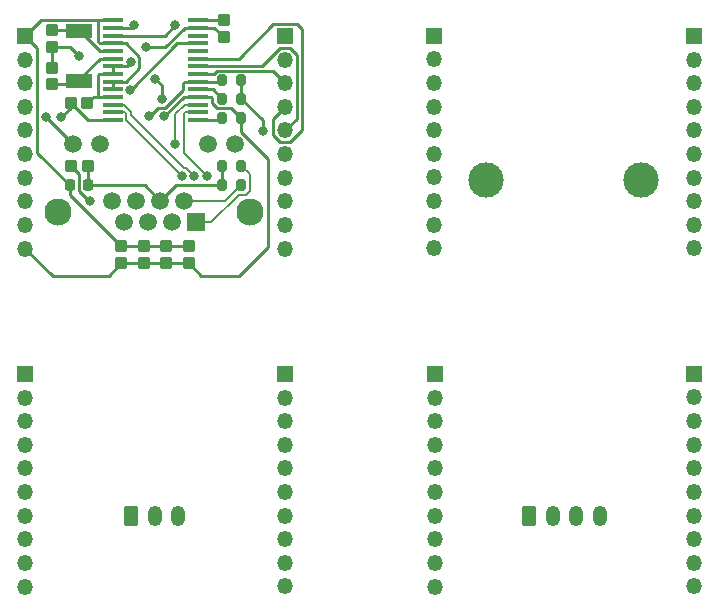
<source format=gbr>
%TF.GenerationSoftware,KiCad,Pcbnew,7.0.7*%
%TF.CreationDate,2023-10-04T23:53:35-06:00*%
%TF.ProjectId,Modular_Interfaces,4d6f6475-6c61-4725-9f49-6e7465726661,rev?*%
%TF.SameCoordinates,Original*%
%TF.FileFunction,Copper,L2,Bot*%
%TF.FilePolarity,Positive*%
%FSLAX46Y46*%
G04 Gerber Fmt 4.6, Leading zero omitted, Abs format (unit mm)*
G04 Created by KiCad (PCBNEW 7.0.7) date 2023-10-04 23:53:35*
%MOMM*%
%LPD*%
G01*
G04 APERTURE LIST*
G04 Aperture macros list*
%AMRoundRect*
0 Rectangle with rounded corners*
0 $1 Rounding radius*
0 $2 $3 $4 $5 $6 $7 $8 $9 X,Y pos of 4 corners*
0 Add a 4 corners polygon primitive as box body*
4,1,4,$2,$3,$4,$5,$6,$7,$8,$9,$2,$3,0*
0 Add four circle primitives for the rounded corners*
1,1,$1+$1,$2,$3*
1,1,$1+$1,$4,$5*
1,1,$1+$1,$6,$7*
1,1,$1+$1,$8,$9*
0 Add four rect primitives between the rounded corners*
20,1,$1+$1,$2,$3,$4,$5,0*
20,1,$1+$1,$4,$5,$6,$7,0*
20,1,$1+$1,$6,$7,$8,$9,0*
20,1,$1+$1,$8,$9,$2,$3,0*%
G04 Aperture macros list end*
%TA.AperFunction,ComponentPad*%
%ADD10R,1.350000X1.350000*%
%TD*%
%TA.AperFunction,ComponentPad*%
%ADD11O,1.350000X1.350000*%
%TD*%
%TA.AperFunction,ComponentPad*%
%ADD12R,1.500000X1.500000*%
%TD*%
%TA.AperFunction,ComponentPad*%
%ADD13C,1.500000*%
%TD*%
%TA.AperFunction,ComponentPad*%
%ADD14C,2.300000*%
%TD*%
%TA.AperFunction,ComponentPad*%
%ADD15RoundRect,0.250000X-0.350000X-0.625000X0.350000X-0.625000X0.350000X0.625000X-0.350000X0.625000X0*%
%TD*%
%TA.AperFunction,ComponentPad*%
%ADD16O,1.200000X1.750000*%
%TD*%
%TA.AperFunction,ComponentPad*%
%ADD17C,3.000000*%
%TD*%
%TA.AperFunction,SMDPad,CuDef*%
%ADD18RoundRect,0.218750X-0.218750X-0.256250X0.218750X-0.256250X0.218750X0.256250X-0.218750X0.256250X0*%
%TD*%
%TA.AperFunction,SMDPad,CuDef*%
%ADD19R,2.200000X1.300000*%
%TD*%
%TA.AperFunction,SMDPad,CuDef*%
%ADD20RoundRect,0.250000X-0.275000X0.287500X-0.275000X-0.287500X0.275000X-0.287500X0.275000X0.287500X0*%
%TD*%
%TA.AperFunction,SMDPad,CuDef*%
%ADD21RoundRect,0.200000X-0.200000X-0.275000X0.200000X-0.275000X0.200000X0.275000X-0.200000X0.275000X0*%
%TD*%
%TA.AperFunction,SMDPad,CuDef*%
%ADD22RoundRect,0.250000X-0.287500X-0.275000X0.287500X-0.275000X0.287500X0.275000X-0.287500X0.275000X0*%
%TD*%
%TA.AperFunction,SMDPad,CuDef*%
%ADD23RoundRect,0.250000X0.287500X0.275000X-0.287500X0.275000X-0.287500X-0.275000X0.287500X-0.275000X0*%
%TD*%
%TA.AperFunction,SMDPad,CuDef*%
%ADD24RoundRect,0.200000X0.200000X0.275000X-0.200000X0.275000X-0.200000X-0.275000X0.200000X-0.275000X0*%
%TD*%
%TA.AperFunction,SMDPad,CuDef*%
%ADD25RoundRect,0.250000X0.275000X-0.287500X0.275000X0.287500X-0.275000X0.287500X-0.275000X-0.287500X0*%
%TD*%
%TA.AperFunction,SMDPad,CuDef*%
%ADD26R,1.750000X0.450000*%
%TD*%
%TA.AperFunction,ViaPad*%
%ADD27C,0.800000*%
%TD*%
%TA.AperFunction,Conductor*%
%ADD28C,0.250000*%
%TD*%
%TA.AperFunction,Conductor*%
%ADD29C,0.200000*%
%TD*%
G04 APERTURE END LIST*
D10*
%TO.P,J3,1,Pin_1*%
%TO.N,N/C*%
X183407291Y-96944118D03*
D11*
%TO.P,J3,2,Pin_2*%
X183407291Y-98944118D03*
%TO.P,J3,3,Pin_3*%
X183407291Y-100944118D03*
%TO.P,J3,4,Pin_4*%
X183407291Y-102944118D03*
%TO.P,J3,5,Pin_5*%
X183407291Y-104944118D03*
%TO.P,J3,6,Pin_6*%
X183407291Y-106944118D03*
%TO.P,J3,7,Pin_7*%
X183407291Y-108944118D03*
%TO.P,J3,8,Pin_8*%
X183407291Y-110944118D03*
%TO.P,J3,9,Pin_9*%
X183407291Y-112944118D03*
%TO.P,J3,10,Pin_10*%
X183407291Y-114944118D03*
%TD*%
D10*
%TO.P,J2,1,Pin_1*%
%TO.N,N/C*%
X126743500Y-68336780D03*
D11*
%TO.P,J2,2,Pin_2*%
X126743500Y-70336780D03*
%TO.P,J2,3,Pin_3*%
X126743500Y-72336780D03*
%TO.P,J2,4,Pin_4*%
X126743500Y-74336780D03*
%TO.P,J2,5,Pin_5*%
X126743500Y-76336780D03*
%TO.P,J2,6,Pin_6*%
X126743500Y-78336780D03*
%TO.P,J2,7,Pin_7*%
X126743500Y-80336780D03*
%TO.P,J2,8,Pin_8*%
X126743500Y-82336780D03*
%TO.P,J2,9,Pin_9*%
X126743500Y-84336780D03*
%TO.P,J2,10,Pin_10*%
X126743500Y-86336780D03*
%TD*%
D10*
%TO.P,J3,1,Pin_1*%
%TO.N,N/C*%
X148743500Y-68336780D03*
D11*
%TO.P,J3,2,Pin_2*%
X148743500Y-70336780D03*
%TO.P,J3,3,Pin_3*%
X148743500Y-72336780D03*
%TO.P,J3,4,Pin_4*%
X148743500Y-74336780D03*
%TO.P,J3,5,Pin_5*%
X148743500Y-76336780D03*
%TO.P,J3,6,Pin_6*%
X148743500Y-78336780D03*
%TO.P,J3,7,Pin_7*%
X148743500Y-80336780D03*
%TO.P,J3,8,Pin_8*%
X148743500Y-82336780D03*
%TO.P,J3,9,Pin_9*%
X148743500Y-84336780D03*
%TO.P,J3,10,Pin_10*%
X148743500Y-86336780D03*
%TD*%
D12*
%TO.P,J1,1*%
%TO.N,N/C*%
X141241500Y-84121780D03*
D13*
%TO.P,J1,2*%
X140225500Y-82341780D03*
%TO.P,J1,3*%
X139209500Y-84121780D03*
%TO.P,J1,4*%
X138193500Y-82341780D03*
%TO.P,J1,5*%
X137177500Y-84121780D03*
%TO.P,J1,6*%
X136161500Y-82341780D03*
%TO.P,J1,7*%
X135145500Y-84121780D03*
%TO.P,J1,8*%
X134129500Y-82341780D03*
%TO.P,J1,9*%
X144541500Y-77521780D03*
%TO.P,J1,10*%
X142251500Y-77521780D03*
%TO.P,J1,11*%
X133111500Y-77521780D03*
%TO.P,J1,12*%
X130821500Y-77521780D03*
D14*
%TO.P,J1,SH*%
X145811500Y-83231780D03*
X129551500Y-83231780D03*
%TD*%
D15*
%TO.P,J1,1,Pin_1*%
%TO.N,N/C*%
X169407291Y-108984118D03*
D16*
%TO.P,J1,2,Pin_2*%
X171407291Y-108984118D03*
%TO.P,J1,3,Pin_3*%
X173407291Y-108984118D03*
%TO.P,J1,4,Pin_4*%
X175407291Y-108984118D03*
%TD*%
D10*
%TO.P,J2,1,Pin_1*%
%TO.N,N/C*%
X161437291Y-96954118D03*
D11*
%TO.P,J2,2,Pin_2*%
X161437291Y-98954118D03*
%TO.P,J2,3,Pin_3*%
X161437291Y-100954118D03*
%TO.P,J2,4,Pin_4*%
X161437291Y-102954118D03*
%TO.P,J2,5,Pin_5*%
X161437291Y-104954118D03*
%TO.P,J2,6,Pin_6*%
X161437291Y-106954118D03*
%TO.P,J2,7,Pin_7*%
X161437291Y-108954118D03*
%TO.P,J2,8,Pin_8*%
X161437291Y-110954118D03*
%TO.P,J2,9,Pin_9*%
X161437291Y-112954118D03*
%TO.P,J2,10,Pin_10*%
X161437291Y-114954118D03*
%TD*%
D10*
%TO.P,J2,1,Pin_1*%
%TO.N,N/C*%
X161360800Y-68324480D03*
D11*
%TO.P,J2,2,Pin_2*%
X161360800Y-70324480D03*
%TO.P,J2,3,Pin_3*%
X161360800Y-72324480D03*
%TO.P,J2,4,Pin_4*%
X161360800Y-74324480D03*
%TO.P,J2,5,Pin_5*%
X161360800Y-76324480D03*
%TO.P,J2,6,Pin_6*%
X161360800Y-78324480D03*
%TO.P,J2,7,Pin_7*%
X161360800Y-80324480D03*
%TO.P,J2,8,Pin_8*%
X161360800Y-82324480D03*
%TO.P,J2,9,Pin_9*%
X161360800Y-84324480D03*
%TO.P,J2,10,Pin_10*%
X161360800Y-86324480D03*
%TD*%
D10*
%TO.P,J3,1,Pin_1*%
%TO.N,N/C*%
X148723491Y-96953118D03*
D11*
%TO.P,J3,2,Pin_2*%
X148723491Y-98953118D03*
%TO.P,J3,3,Pin_3*%
X148723491Y-100953118D03*
%TO.P,J3,4,Pin_4*%
X148723491Y-102953118D03*
%TO.P,J3,5,Pin_5*%
X148723491Y-104953118D03*
%TO.P,J3,6,Pin_6*%
X148723491Y-106953118D03*
%TO.P,J3,7,Pin_7*%
X148723491Y-108953118D03*
%TO.P,J3,8,Pin_8*%
X148723491Y-110953118D03*
%TO.P,J3,9,Pin_9*%
X148723491Y-112953118D03*
%TO.P,J3,10,Pin_10*%
X148723491Y-114953118D03*
%TD*%
D15*
%TO.P,J1,1,Pin_1*%
%TO.N,N/C*%
X135713491Y-108983118D03*
D16*
%TO.P,J1,2,Pin_2*%
X137713491Y-108983118D03*
%TO.P,J1,3,Pin_3*%
X139713491Y-108983118D03*
%TD*%
D10*
%TO.P,J3,1,Pin_1*%
%TO.N,N/C*%
X183348200Y-68334880D03*
D11*
%TO.P,J3,2,Pin_2*%
X183348200Y-70334880D03*
%TO.P,J3,3,Pin_3*%
X183348200Y-72334880D03*
%TO.P,J3,4,Pin_4*%
X183348200Y-74334880D03*
%TO.P,J3,5,Pin_5*%
X183348200Y-76334880D03*
%TO.P,J3,6,Pin_6*%
X183348200Y-78334880D03*
%TO.P,J3,7,Pin_7*%
X183348200Y-80334880D03*
%TO.P,J3,8,Pin_8*%
X183348200Y-82334880D03*
%TO.P,J3,9,Pin_9*%
X183348200Y-84334880D03*
%TO.P,J3,10,Pin_10*%
X183348200Y-86334880D03*
%TD*%
D17*
%TO.P,J1,5,Shield*%
%TO.N,N/C*%
X165780000Y-80550280D03*
X178920000Y-80550280D03*
%TD*%
D10*
%TO.P,J2,1,Pin_1*%
%TO.N,N/C*%
X126737291Y-96954118D03*
D11*
%TO.P,J2,2,Pin_2*%
X126737291Y-98954118D03*
%TO.P,J2,3,Pin_3*%
X126737291Y-100954118D03*
%TO.P,J2,4,Pin_4*%
X126737291Y-102954118D03*
%TO.P,J2,5,Pin_5*%
X126737291Y-104954118D03*
%TO.P,J2,6,Pin_6*%
X126737291Y-106954118D03*
%TO.P,J2,7,Pin_7*%
X126737291Y-108954118D03*
%TO.P,J2,8,Pin_8*%
X126737291Y-110954118D03*
%TO.P,J2,9,Pin_9*%
X126737291Y-112954118D03*
%TO.P,J2,10,Pin_10*%
X126737291Y-114954118D03*
%TD*%
D18*
%TO.P,L1,1,1*%
%TO.N,N/C*%
X130506500Y-80995780D03*
%TO.P,L1,2,2*%
X132081500Y-80995780D03*
%TD*%
D19*
%TO.P,Y1,1,1*%
%TO.N,N/C*%
X131283500Y-72136780D03*
%TO.P,Y1,2,2*%
X131283500Y-67936780D03*
%TD*%
D20*
%TO.P,C8,1*%
%TO.N,N/C*%
X140591500Y-86159280D03*
%TO.P,C8,2*%
X140591500Y-87584280D03*
%TD*%
D21*
%TO.P,R4,1*%
%TO.N,N/C*%
X143396500Y-79341780D03*
%TO.P,R4,2*%
X145046500Y-79341780D03*
%TD*%
D20*
%TO.P,C7,1*%
%TO.N,N/C*%
X138691500Y-86159280D03*
%TO.P,C7,2*%
X138691500Y-87584280D03*
%TD*%
D22*
%TO.P,C4,1*%
%TO.N,N/C*%
X130593500Y-74021780D03*
%TO.P,C4,2*%
X132018500Y-74021780D03*
%TD*%
D23*
%TO.P,C9,1*%
%TO.N,N/C*%
X132029000Y-79341780D03*
%TO.P,C9,2*%
X130604000Y-79341780D03*
%TD*%
D24*
%TO.P,R2,1*%
%TO.N,N/C*%
X145043500Y-73636780D03*
%TO.P,R2,2*%
X143393500Y-73636780D03*
%TD*%
%TO.P,R5,1*%
%TO.N,N/C*%
X145036500Y-80991780D03*
%TO.P,R5,2*%
X143386500Y-80991780D03*
%TD*%
%TO.P,R1,1*%
%TO.N,N/C*%
X145043500Y-72111780D03*
%TO.P,R1,2*%
X143393500Y-72111780D03*
%TD*%
D20*
%TO.P,C2,1*%
%TO.N,N/C*%
X129051500Y-71021780D03*
%TO.P,C2,2*%
X129051500Y-72446780D03*
%TD*%
D25*
%TO.P,C3,1*%
%TO.N,N/C*%
X129051500Y-69251780D03*
%TO.P,C3,2*%
X129051500Y-67826780D03*
%TD*%
D21*
%TO.P,R3,1*%
%TO.N,N/C*%
X143393500Y-75286780D03*
%TO.P,R3,2*%
X145043500Y-75286780D03*
%TD*%
D20*
%TO.P,C5,1*%
%TO.N,N/C*%
X134891500Y-86159280D03*
%TO.P,C5,2*%
X134891500Y-87584280D03*
%TD*%
%TO.P,C1,1*%
%TO.N,N/C*%
X143543500Y-67024280D03*
%TO.P,C1,2*%
X143543500Y-68449280D03*
%TD*%
%TO.P,C6,1*%
%TO.N,N/C*%
X136791500Y-86159280D03*
%TO.P,C6,2*%
X136791500Y-87584280D03*
%TD*%
D26*
%TO.P,U4,1,VCAP*%
%TO.N,N/C*%
X141343500Y-67011780D03*
%TO.P,U4,2,VSS*%
X141343500Y-67661780D03*
%TO.P,U4,3,CLKOUT*%
X141343500Y-68311780D03*
%TO.P,U4,4,~{INT}*%
X141343500Y-68961780D03*
%TO.P,U4,5,~{WOL}*%
X141343500Y-69611780D03*
%TO.P,U4,6,SO*%
X141343500Y-70261780D03*
%TO.P,U4,7,SI*%
X141343500Y-70911780D03*
%TO.P,U4,8,SCK*%
X141343500Y-71561780D03*
%TO.P,U4,9,~{CS}*%
X141343500Y-72211780D03*
%TO.P,U4,10,~{RESET}*%
X141343500Y-72861780D03*
%TO.P,U4,11,VSSRX*%
X141343500Y-73511780D03*
%TO.P,U4,12,TPIN-*%
X141343500Y-74161780D03*
%TO.P,U4,13,TPIN+*%
X141343500Y-74811780D03*
%TO.P,U4,14,RBIAS*%
X141343500Y-75461780D03*
%TO.P,U4,15,VDDTX*%
X134143500Y-75461780D03*
%TO.P,U4,16,TPOUT-*%
X134143500Y-74811780D03*
%TO.P,U4,17,TPOUT+*%
X134143500Y-74161780D03*
%TO.P,U4,18,VSSTX*%
X134143500Y-73511780D03*
%TO.P,U4,19,VDDRX*%
X134143500Y-72861780D03*
%TO.P,U4,20,VDDPLL*%
X134143500Y-72211780D03*
%TO.P,U4,21,VSSPLL*%
X134143500Y-71561780D03*
%TO.P,U4,22,VSSOSC*%
X134143500Y-70911780D03*
%TO.P,U4,23,OSC1*%
X134143500Y-70261780D03*
%TO.P,U4,24,OSC2*%
X134143500Y-69611780D03*
%TO.P,U4,25,VDDOSC*%
X134143500Y-68961780D03*
%TO.P,U4,26,LEDB*%
X134143500Y-68311780D03*
%TO.P,U4,27,LEDA*%
X134143500Y-67661780D03*
%TO.P,U4,28,VDD*%
X134143500Y-67011780D03*
%TD*%
D27*
%TO.N,*%
X137751500Y-71951780D03*
X141071500Y-80211780D03*
X135681500Y-70571780D03*
X129801500Y-75211780D03*
X132211500Y-82311780D03*
X137209421Y-75151780D03*
X146853500Y-76425671D03*
X142096218Y-80211780D03*
X138306003Y-73702280D03*
X135971500Y-67421780D03*
X135618002Y-72904422D03*
X138531500Y-75151780D03*
X131283500Y-70036780D03*
X139461500Y-67421780D03*
X139469000Y-77448691D03*
X128476000Y-75211780D03*
X136961500Y-69311780D03*
X140056784Y-80211780D03*
%TD*%
D28*
%TO.N,*%
X147718500Y-71311780D02*
X148743500Y-72336780D01*
X132153521Y-82311780D02*
X132211500Y-82311780D01*
X140143500Y-72903384D02*
X140143500Y-72311780D01*
X128476000Y-75211780D02*
X128511500Y-75211780D01*
X142468500Y-73511780D02*
X141343500Y-73511780D01*
X140591500Y-87584280D02*
X138691500Y-87584280D01*
X145616500Y-77076500D02*
X145616500Y-77086780D01*
X142726038Y-71561780D02*
X142976038Y-71311780D01*
X141343500Y-67011780D02*
X143531000Y-67011780D01*
X131269000Y-80006780D02*
X131269000Y-81427259D01*
X143396500Y-79341780D02*
X143396500Y-80981780D01*
D29*
X145046500Y-79341780D02*
X145736500Y-80031780D01*
D28*
X142543500Y-74013780D02*
X142543500Y-73586780D01*
D29*
X140293500Y-74811780D02*
X140168500Y-74936780D01*
D28*
X138003500Y-74426780D02*
X138620104Y-74426780D01*
X132943500Y-67086780D02*
X133018500Y-67011780D01*
D29*
X140041500Y-80211780D02*
X140056784Y-80211780D01*
X140168500Y-74936780D02*
X140168500Y-78284062D01*
D28*
X132528500Y-73511780D02*
X132018500Y-74021780D01*
X129068500Y-88661780D02*
X126743500Y-86336780D01*
X145043500Y-75286780D02*
X145043500Y-76503500D01*
X138306003Y-72506283D02*
X138306003Y-73702280D01*
X142543500Y-73586780D02*
X142468500Y-73511780D01*
D29*
X144812186Y-81781780D02*
X142472186Y-84121780D01*
D28*
X134143500Y-70261780D02*
X133043500Y-70261780D01*
X128511500Y-75211780D02*
X130821500Y-77521780D01*
X131283500Y-72021780D02*
X131283500Y-72136780D01*
X141343500Y-73511780D02*
X140171500Y-73511780D01*
X133814000Y-88661780D02*
X129068500Y-88661780D01*
X134143500Y-73511780D02*
X133018500Y-73511780D01*
X143396500Y-80981780D02*
X143386500Y-80991780D01*
X134143500Y-70911780D02*
X135341500Y-70911780D01*
X150193500Y-76300994D02*
X149157714Y-77336780D01*
X127751500Y-69344780D02*
X126743500Y-68336780D01*
D29*
X140171500Y-79511780D02*
X140371500Y-79511780D01*
D28*
X132943500Y-71636780D02*
X133018500Y-71561780D01*
X138571500Y-68311780D02*
X134143500Y-68311780D01*
D29*
X141343500Y-74161780D02*
X140268500Y-74161780D01*
D28*
X145043500Y-76503500D02*
X145616500Y-77076500D01*
X149157714Y-69336780D02*
X149743500Y-69922566D01*
X128118500Y-66961780D02*
X126743500Y-68336780D01*
X147743500Y-75336780D02*
X148743500Y-74336780D01*
X141669000Y-88661780D02*
X140591500Y-87584280D01*
X134143500Y-72211780D02*
X134143500Y-72861780D01*
D29*
X142472186Y-84121780D02*
X141241500Y-84121780D01*
D28*
X133043500Y-69611780D02*
X131368500Y-67936780D01*
X131173500Y-67826780D02*
X131283500Y-67936780D01*
X130973500Y-72446780D02*
X131283500Y-72136780D01*
X138620104Y-74426780D02*
X140143500Y-72903384D01*
X130593500Y-74021780D02*
X130593500Y-74419780D01*
X138691500Y-87584280D02*
X136791500Y-87584280D01*
D29*
X135109186Y-74161780D02*
X135718500Y-74771094D01*
D28*
X129051500Y-69251780D02*
X130498500Y-69251780D01*
X129051500Y-69251780D02*
X129051500Y-71021780D01*
X145043500Y-75286780D02*
X144193500Y-74436780D01*
X149743500Y-67336780D02*
X150193500Y-67786780D01*
X134143500Y-75461780D02*
X132033500Y-75461780D01*
X133043500Y-68961780D02*
X132943500Y-68861780D01*
X134143500Y-68961780D02*
X135268500Y-68961780D01*
D29*
X145736500Y-80031780D02*
X145736500Y-81476780D01*
D28*
X140246805Y-67661780D02*
X141343500Y-67661780D01*
X141343500Y-72861780D02*
X142618500Y-72861780D01*
X136847500Y-80995780D02*
X138193500Y-82341780D01*
X132033500Y-75461780D02*
X130593500Y-74021780D01*
D29*
X145036500Y-80991780D02*
X143686500Y-82341780D01*
D28*
X146853500Y-75446780D02*
X146853500Y-76425671D01*
X143531000Y-67011780D02*
X143543500Y-67024280D01*
X127751500Y-78240780D02*
X127751500Y-69344780D01*
X133018500Y-67011780D02*
X134143500Y-67011780D01*
X139621500Y-68961780D02*
X141343500Y-68961780D01*
X132029000Y-80943280D02*
X132081500Y-80995780D01*
X138691500Y-86159280D02*
X140591500Y-86159280D01*
X147743500Y-76750994D02*
X147743500Y-75336780D01*
X142756000Y-67661780D02*
X143543500Y-68449280D01*
D29*
X134143500Y-74811780D02*
X135193500Y-74811780D01*
D28*
X135618002Y-72904422D02*
X135678858Y-72904422D01*
X143386500Y-80991780D02*
X139543500Y-80991780D01*
X136791500Y-87584280D02*
X134891500Y-87584280D01*
X134093500Y-66961780D02*
X128118500Y-66961780D01*
X147743500Y-67336780D02*
X149743500Y-67336780D01*
X130593500Y-74419780D02*
X129801500Y-75211780D01*
X136406500Y-71073780D02*
X135268500Y-72211780D01*
X146804286Y-70861780D02*
X148329286Y-69336780D01*
X130506500Y-80995780D02*
X127751500Y-78240780D01*
X149743500Y-69922566D02*
X149743500Y-75336780D01*
X142618500Y-72861780D02*
X143393500Y-73636780D01*
X139461500Y-67421780D02*
X138571500Y-68311780D01*
X140243500Y-72211780D02*
X141343500Y-72211780D01*
D29*
X143686500Y-82341780D02*
X140225500Y-82341780D01*
D28*
X149743500Y-75336780D02*
X148743500Y-76336780D01*
X134143500Y-67661780D02*
X135731500Y-67661780D01*
X130604000Y-79341780D02*
X130604000Y-79654301D01*
X141343500Y-75461780D02*
X143218500Y-75461780D01*
X137241823Y-75188457D02*
X138003500Y-74426780D01*
X134143500Y-69611780D02*
X133043500Y-69611780D01*
X132081500Y-80995780D02*
X136847500Y-80995780D01*
D29*
X135318500Y-75488780D02*
X140041500Y-80211780D01*
D28*
X134891500Y-87584280D02*
X133814000Y-88661780D01*
D29*
X135718500Y-75058780D02*
X140171500Y-79511780D01*
D28*
X138596805Y-69311780D02*
X140246805Y-67661780D01*
X141343500Y-70911780D02*
X142739642Y-70911780D01*
X149157714Y-77336780D02*
X148329286Y-77336780D01*
D29*
X141343500Y-74811780D02*
X140293500Y-74811780D01*
D28*
X134143500Y-67011780D02*
X134093500Y-66961780D01*
X135268500Y-68961780D02*
X136406500Y-70099780D01*
D29*
X134143500Y-74161780D02*
X135109186Y-74161780D01*
X140168500Y-78284062D02*
X142096218Y-80211780D01*
D28*
X134143500Y-70911780D02*
X134143500Y-71561780D01*
X140143500Y-72311780D02*
X140243500Y-72211780D01*
X137751500Y-71951780D02*
X138306003Y-72506283D01*
X133043500Y-70261780D02*
X131283500Y-72021780D01*
X142976038Y-71311780D02*
X147718500Y-71311780D01*
X133018500Y-73511780D02*
X132943500Y-73436780D01*
D29*
X140268500Y-74161780D02*
X139469000Y-74961280D01*
D28*
X129051500Y-72446780D02*
X130973500Y-72446780D01*
X150193500Y-67786780D02*
X150193500Y-76300994D01*
X144193500Y-74436780D02*
X142966500Y-74436780D01*
X132943500Y-73436780D02*
X132943500Y-71636780D01*
X131269000Y-81427259D02*
X132153521Y-82311780D01*
X141343500Y-72211780D02*
X143293500Y-72211780D01*
D29*
X145736500Y-81476780D02*
X145431500Y-81781780D01*
D28*
X144859927Y-88661780D02*
X141669000Y-88661780D01*
X148329286Y-77336780D02*
X147743500Y-76750994D01*
X139543500Y-80991780D02*
X138193500Y-82341780D01*
X129051500Y-67826780D02*
X131173500Y-67826780D01*
D29*
X139469000Y-74961280D02*
X139469000Y-77448691D01*
D28*
X141343500Y-67661780D02*
X142756000Y-67661780D01*
X135678858Y-72904422D02*
X139621500Y-68961780D01*
X140171500Y-73511780D02*
X138531500Y-75151780D01*
X130498500Y-69251780D02*
X131283500Y-70036780D01*
X147286500Y-86235207D02*
X144859927Y-88661780D01*
X130506500Y-81774280D02*
X134891500Y-86159280D01*
X131368500Y-67936780D02*
X131283500Y-67936780D01*
X134143500Y-73511780D02*
X132528500Y-73511780D01*
X144818500Y-70261780D02*
X147743500Y-67336780D01*
X142789642Y-70861780D02*
X146804286Y-70861780D01*
X135268500Y-72211780D02*
X134143500Y-72211780D01*
X141343500Y-71561780D02*
X142726038Y-71561780D01*
X143293500Y-72211780D02*
X143393500Y-72111780D01*
X136961500Y-69311780D02*
X138596805Y-69311780D01*
D29*
X135318500Y-74936780D02*
X135318500Y-75488780D01*
X145431500Y-81781780D02*
X144812186Y-81781780D01*
D28*
X130506500Y-80995780D02*
X130506500Y-81774280D01*
X145616500Y-77086780D02*
X147286500Y-78756780D01*
X142966500Y-74436780D02*
X142543500Y-74013780D01*
X136791500Y-86159280D02*
X138691500Y-86159280D01*
X137209421Y-75188457D02*
X137241823Y-75188457D01*
X135731500Y-67661780D02*
X135971500Y-67421780D01*
X135341500Y-70911780D02*
X135681500Y-70571780D01*
D29*
X135718500Y-74771094D02*
X135718500Y-75058780D01*
D28*
X132029000Y-79341780D02*
X132029000Y-80943280D01*
D29*
X135193500Y-74811780D02*
X135318500Y-74936780D01*
D28*
X145043500Y-72111780D02*
X145043500Y-73636780D01*
X141343500Y-70261780D02*
X144818500Y-70261780D01*
X130604000Y-79341780D02*
X131269000Y-80006780D01*
X132943500Y-68861780D02*
X132943500Y-67086780D01*
X145043500Y-73636780D02*
X146853500Y-75446780D01*
X134891500Y-86159280D02*
X136791500Y-86159280D01*
X136406500Y-70099780D02*
X136406500Y-71073780D01*
X148329286Y-69336780D02*
X149157714Y-69336780D01*
D29*
X140371500Y-79511780D02*
X141071500Y-80211780D01*
D28*
X133018500Y-71561780D02*
X134143500Y-71561780D01*
X147286500Y-78756780D02*
X147286500Y-86235207D01*
X134143500Y-68961780D02*
X133043500Y-68961780D01*
X143218500Y-75461780D02*
X143393500Y-75286780D01*
X142739642Y-70911780D02*
X142789642Y-70861780D01*
%TD*%
M02*

</source>
